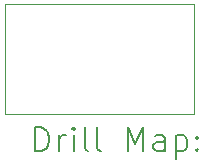
<source format=gbr>
%FSLAX45Y45*%
G04 Gerber Fmt 4.5, Leading zero omitted, Abs format (unit mm)*
G04 Created by KiCad (PCBNEW 6.0.2+dfsg-1) date 2023-06-30 14:06:58*
%MOMM*%
%LPD*%
G01*
G04 APERTURE LIST*
%TA.AperFunction,Profile*%
%ADD10C,0.100000*%
%TD*%
%ADD11C,0.200000*%
G04 APERTURE END LIST*
D10*
X9200000Y-10480000D02*
X9200000Y-9550000D01*
X10800000Y-10480000D02*
X10800000Y-9550000D01*
X10800000Y-10480000D02*
X9200000Y-10480000D01*
X10800000Y-9550000D02*
X9200000Y-9550000D01*
D11*
X9452619Y-10795476D02*
X9452619Y-10595476D01*
X9500238Y-10595476D01*
X9528810Y-10605000D01*
X9547857Y-10624048D01*
X9557381Y-10643095D01*
X9566905Y-10681190D01*
X9566905Y-10709762D01*
X9557381Y-10747857D01*
X9547857Y-10766905D01*
X9528810Y-10785952D01*
X9500238Y-10795476D01*
X9452619Y-10795476D01*
X9652619Y-10795476D02*
X9652619Y-10662143D01*
X9652619Y-10700238D02*
X9662143Y-10681190D01*
X9671667Y-10671667D01*
X9690714Y-10662143D01*
X9709762Y-10662143D01*
X9776429Y-10795476D02*
X9776429Y-10662143D01*
X9776429Y-10595476D02*
X9766905Y-10605000D01*
X9776429Y-10614524D01*
X9785952Y-10605000D01*
X9776429Y-10595476D01*
X9776429Y-10614524D01*
X9900238Y-10795476D02*
X9881190Y-10785952D01*
X9871667Y-10766905D01*
X9871667Y-10595476D01*
X10005000Y-10795476D02*
X9985952Y-10785952D01*
X9976429Y-10766905D01*
X9976429Y-10595476D01*
X10233571Y-10795476D02*
X10233571Y-10595476D01*
X10300238Y-10738333D01*
X10366905Y-10595476D01*
X10366905Y-10795476D01*
X10547857Y-10795476D02*
X10547857Y-10690714D01*
X10538333Y-10671667D01*
X10519286Y-10662143D01*
X10481190Y-10662143D01*
X10462143Y-10671667D01*
X10547857Y-10785952D02*
X10528810Y-10795476D01*
X10481190Y-10795476D01*
X10462143Y-10785952D01*
X10452619Y-10766905D01*
X10452619Y-10747857D01*
X10462143Y-10728810D01*
X10481190Y-10719286D01*
X10528810Y-10719286D01*
X10547857Y-10709762D01*
X10643095Y-10662143D02*
X10643095Y-10862143D01*
X10643095Y-10671667D02*
X10662143Y-10662143D01*
X10700238Y-10662143D01*
X10719286Y-10671667D01*
X10728810Y-10681190D01*
X10738333Y-10700238D01*
X10738333Y-10757381D01*
X10728810Y-10776429D01*
X10719286Y-10785952D01*
X10700238Y-10795476D01*
X10662143Y-10795476D01*
X10643095Y-10785952D01*
X10824048Y-10776429D02*
X10833571Y-10785952D01*
X10824048Y-10795476D01*
X10814524Y-10785952D01*
X10824048Y-10776429D01*
X10824048Y-10795476D01*
X10824048Y-10671667D02*
X10833571Y-10681190D01*
X10824048Y-10690714D01*
X10814524Y-10681190D01*
X10824048Y-10671667D01*
X10824048Y-10690714D01*
M02*

</source>
